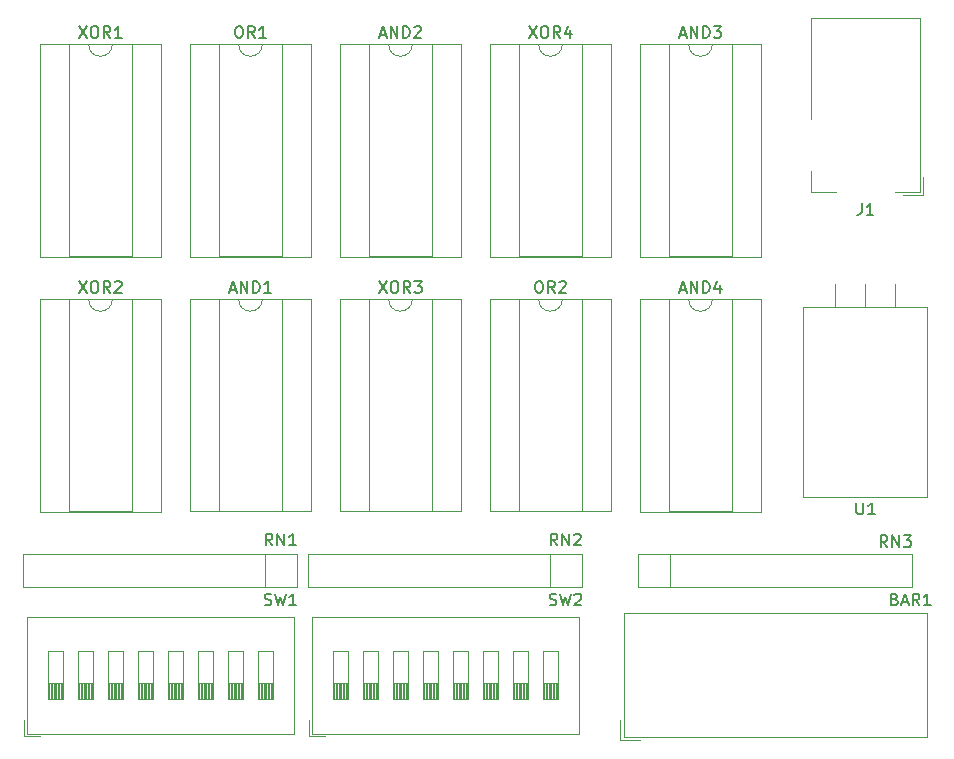
<source format=gbr>
%TF.GenerationSoftware,KiCad,Pcbnew,7.0.7*%
%TF.CreationDate,2023-10-12T01:51:54+03:00*%
%TF.ProjectId,main,6d61696e-2e6b-4696-9361-645f70636258,rev?*%
%TF.SameCoordinates,Original*%
%TF.FileFunction,Legend,Top*%
%TF.FilePolarity,Positive*%
%FSLAX46Y46*%
G04 Gerber Fmt 4.6, Leading zero omitted, Abs format (unit mm)*
G04 Created by KiCad (PCBNEW 7.0.7) date 2023-10-12 01:51:54*
%MOMM*%
%LPD*%
G01*
G04 APERTURE LIST*
%ADD10C,0.150000*%
%ADD11C,0.120000*%
G04 APERTURE END LIST*
D10*
X124126666Y-46404819D02*
X124126666Y-47119104D01*
X124126666Y-47119104D02*
X124079047Y-47261961D01*
X124079047Y-47261961D02*
X123983809Y-47357200D01*
X123983809Y-47357200D02*
X123840952Y-47404819D01*
X123840952Y-47404819D02*
X123745714Y-47404819D01*
X125126666Y-47404819D02*
X124555238Y-47404819D01*
X124840952Y-47404819D02*
X124840952Y-46404819D01*
X124840952Y-46404819D02*
X124745714Y-46547676D01*
X124745714Y-46547676D02*
X124650476Y-46642914D01*
X124650476Y-46642914D02*
X124555238Y-46690533D01*
X96718571Y-52999819D02*
X96909047Y-52999819D01*
X96909047Y-52999819D02*
X97004285Y-53047438D01*
X97004285Y-53047438D02*
X97099523Y-53142676D01*
X97099523Y-53142676D02*
X97147142Y-53333152D01*
X97147142Y-53333152D02*
X97147142Y-53666485D01*
X97147142Y-53666485D02*
X97099523Y-53856961D01*
X97099523Y-53856961D02*
X97004285Y-53952200D01*
X97004285Y-53952200D02*
X96909047Y-53999819D01*
X96909047Y-53999819D02*
X96718571Y-53999819D01*
X96718571Y-53999819D02*
X96623333Y-53952200D01*
X96623333Y-53952200D02*
X96528095Y-53856961D01*
X96528095Y-53856961D02*
X96480476Y-53666485D01*
X96480476Y-53666485D02*
X96480476Y-53333152D01*
X96480476Y-53333152D02*
X96528095Y-53142676D01*
X96528095Y-53142676D02*
X96623333Y-53047438D01*
X96623333Y-53047438D02*
X96718571Y-52999819D01*
X98147142Y-53999819D02*
X97813809Y-53523628D01*
X97575714Y-53999819D02*
X97575714Y-52999819D01*
X97575714Y-52999819D02*
X97956666Y-52999819D01*
X97956666Y-52999819D02*
X98051904Y-53047438D01*
X98051904Y-53047438D02*
X98099523Y-53095057D01*
X98099523Y-53095057D02*
X98147142Y-53190295D01*
X98147142Y-53190295D02*
X98147142Y-53333152D01*
X98147142Y-53333152D02*
X98099523Y-53428390D01*
X98099523Y-53428390D02*
X98051904Y-53476009D01*
X98051904Y-53476009D02*
X97956666Y-53523628D01*
X97956666Y-53523628D02*
X97575714Y-53523628D01*
X98528095Y-53095057D02*
X98575714Y-53047438D01*
X98575714Y-53047438D02*
X98670952Y-52999819D01*
X98670952Y-52999819D02*
X98909047Y-52999819D01*
X98909047Y-52999819D02*
X99004285Y-53047438D01*
X99004285Y-53047438D02*
X99051904Y-53095057D01*
X99051904Y-53095057D02*
X99099523Y-53190295D01*
X99099523Y-53190295D02*
X99099523Y-53285533D01*
X99099523Y-53285533D02*
X99051904Y-53428390D01*
X99051904Y-53428390D02*
X98480476Y-53999819D01*
X98480476Y-53999819D02*
X99099523Y-53999819D01*
X108751905Y-32134104D02*
X109228095Y-32134104D01*
X108656667Y-32419819D02*
X108990000Y-31419819D01*
X108990000Y-31419819D02*
X109323333Y-32419819D01*
X109656667Y-32419819D02*
X109656667Y-31419819D01*
X109656667Y-31419819D02*
X110228095Y-32419819D01*
X110228095Y-32419819D02*
X110228095Y-31419819D01*
X110704286Y-32419819D02*
X110704286Y-31419819D01*
X110704286Y-31419819D02*
X110942381Y-31419819D01*
X110942381Y-31419819D02*
X111085238Y-31467438D01*
X111085238Y-31467438D02*
X111180476Y-31562676D01*
X111180476Y-31562676D02*
X111228095Y-31657914D01*
X111228095Y-31657914D02*
X111275714Y-31848390D01*
X111275714Y-31848390D02*
X111275714Y-31991247D01*
X111275714Y-31991247D02*
X111228095Y-32181723D01*
X111228095Y-32181723D02*
X111180476Y-32276961D01*
X111180476Y-32276961D02*
X111085238Y-32372200D01*
X111085238Y-32372200D02*
X110942381Y-32419819D01*
X110942381Y-32419819D02*
X110704286Y-32419819D01*
X111609048Y-31419819D02*
X112228095Y-31419819D01*
X112228095Y-31419819D02*
X111894762Y-31800771D01*
X111894762Y-31800771D02*
X112037619Y-31800771D01*
X112037619Y-31800771D02*
X112132857Y-31848390D01*
X112132857Y-31848390D02*
X112180476Y-31896009D01*
X112180476Y-31896009D02*
X112228095Y-31991247D01*
X112228095Y-31991247D02*
X112228095Y-32229342D01*
X112228095Y-32229342D02*
X112180476Y-32324580D01*
X112180476Y-32324580D02*
X112132857Y-32372200D01*
X112132857Y-32372200D02*
X112037619Y-32419819D01*
X112037619Y-32419819D02*
X111751905Y-32419819D01*
X111751905Y-32419819D02*
X111656667Y-32372200D01*
X111656667Y-32372200D02*
X111609048Y-32324580D01*
X83256667Y-52999819D02*
X83923333Y-53999819D01*
X83923333Y-52999819D02*
X83256667Y-53999819D01*
X84494762Y-52999819D02*
X84685238Y-52999819D01*
X84685238Y-52999819D02*
X84780476Y-53047438D01*
X84780476Y-53047438D02*
X84875714Y-53142676D01*
X84875714Y-53142676D02*
X84923333Y-53333152D01*
X84923333Y-53333152D02*
X84923333Y-53666485D01*
X84923333Y-53666485D02*
X84875714Y-53856961D01*
X84875714Y-53856961D02*
X84780476Y-53952200D01*
X84780476Y-53952200D02*
X84685238Y-53999819D01*
X84685238Y-53999819D02*
X84494762Y-53999819D01*
X84494762Y-53999819D02*
X84399524Y-53952200D01*
X84399524Y-53952200D02*
X84304286Y-53856961D01*
X84304286Y-53856961D02*
X84256667Y-53666485D01*
X84256667Y-53666485D02*
X84256667Y-53333152D01*
X84256667Y-53333152D02*
X84304286Y-53142676D01*
X84304286Y-53142676D02*
X84399524Y-53047438D01*
X84399524Y-53047438D02*
X84494762Y-52999819D01*
X85923333Y-53999819D02*
X85590000Y-53523628D01*
X85351905Y-53999819D02*
X85351905Y-52999819D01*
X85351905Y-52999819D02*
X85732857Y-52999819D01*
X85732857Y-52999819D02*
X85828095Y-53047438D01*
X85828095Y-53047438D02*
X85875714Y-53095057D01*
X85875714Y-53095057D02*
X85923333Y-53190295D01*
X85923333Y-53190295D02*
X85923333Y-53333152D01*
X85923333Y-53333152D02*
X85875714Y-53428390D01*
X85875714Y-53428390D02*
X85828095Y-53476009D01*
X85828095Y-53476009D02*
X85732857Y-53523628D01*
X85732857Y-53523628D02*
X85351905Y-53523628D01*
X86256667Y-52999819D02*
X86875714Y-52999819D01*
X86875714Y-52999819D02*
X86542381Y-53380771D01*
X86542381Y-53380771D02*
X86685238Y-53380771D01*
X86685238Y-53380771D02*
X86780476Y-53428390D01*
X86780476Y-53428390D02*
X86828095Y-53476009D01*
X86828095Y-53476009D02*
X86875714Y-53571247D01*
X86875714Y-53571247D02*
X86875714Y-53809342D01*
X86875714Y-53809342D02*
X86828095Y-53904580D01*
X86828095Y-53904580D02*
X86780476Y-53952200D01*
X86780476Y-53952200D02*
X86685238Y-53999819D01*
X86685238Y-53999819D02*
X86399524Y-53999819D01*
X86399524Y-53999819D02*
X86304286Y-53952200D01*
X86304286Y-53952200D02*
X86256667Y-53904580D01*
X123698095Y-71744819D02*
X123698095Y-72554342D01*
X123698095Y-72554342D02*
X123745714Y-72649580D01*
X123745714Y-72649580D02*
X123793333Y-72697200D01*
X123793333Y-72697200D02*
X123888571Y-72744819D01*
X123888571Y-72744819D02*
X124079047Y-72744819D01*
X124079047Y-72744819D02*
X124174285Y-72697200D01*
X124174285Y-72697200D02*
X124221904Y-72649580D01*
X124221904Y-72649580D02*
X124269523Y-72554342D01*
X124269523Y-72554342D02*
X124269523Y-71744819D01*
X125269523Y-72744819D02*
X124698095Y-72744819D01*
X124983809Y-72744819D02*
X124983809Y-71744819D01*
X124983809Y-71744819D02*
X124888571Y-71887676D01*
X124888571Y-71887676D02*
X124793333Y-71982914D01*
X124793333Y-71982914D02*
X124698095Y-72030533D01*
X97726667Y-80417200D02*
X97869524Y-80464819D01*
X97869524Y-80464819D02*
X98107619Y-80464819D01*
X98107619Y-80464819D02*
X98202857Y-80417200D01*
X98202857Y-80417200D02*
X98250476Y-80369580D01*
X98250476Y-80369580D02*
X98298095Y-80274342D01*
X98298095Y-80274342D02*
X98298095Y-80179104D01*
X98298095Y-80179104D02*
X98250476Y-80083866D01*
X98250476Y-80083866D02*
X98202857Y-80036247D01*
X98202857Y-80036247D02*
X98107619Y-79988628D01*
X98107619Y-79988628D02*
X97917143Y-79941009D01*
X97917143Y-79941009D02*
X97821905Y-79893390D01*
X97821905Y-79893390D02*
X97774286Y-79845771D01*
X97774286Y-79845771D02*
X97726667Y-79750533D01*
X97726667Y-79750533D02*
X97726667Y-79655295D01*
X97726667Y-79655295D02*
X97774286Y-79560057D01*
X97774286Y-79560057D02*
X97821905Y-79512438D01*
X97821905Y-79512438D02*
X97917143Y-79464819D01*
X97917143Y-79464819D02*
X98155238Y-79464819D01*
X98155238Y-79464819D02*
X98298095Y-79512438D01*
X98631429Y-79464819D02*
X98869524Y-80464819D01*
X98869524Y-80464819D02*
X99060000Y-79750533D01*
X99060000Y-79750533D02*
X99250476Y-80464819D01*
X99250476Y-80464819D02*
X99488572Y-79464819D01*
X99821905Y-79560057D02*
X99869524Y-79512438D01*
X99869524Y-79512438D02*
X99964762Y-79464819D01*
X99964762Y-79464819D02*
X100202857Y-79464819D01*
X100202857Y-79464819D02*
X100298095Y-79512438D01*
X100298095Y-79512438D02*
X100345714Y-79560057D01*
X100345714Y-79560057D02*
X100393333Y-79655295D01*
X100393333Y-79655295D02*
X100393333Y-79750533D01*
X100393333Y-79750533D02*
X100345714Y-79893390D01*
X100345714Y-79893390D02*
X99774286Y-80464819D01*
X99774286Y-80464819D02*
X100393333Y-80464819D01*
X98369523Y-75384819D02*
X98036190Y-74908628D01*
X97798095Y-75384819D02*
X97798095Y-74384819D01*
X97798095Y-74384819D02*
X98179047Y-74384819D01*
X98179047Y-74384819D02*
X98274285Y-74432438D01*
X98274285Y-74432438D02*
X98321904Y-74480057D01*
X98321904Y-74480057D02*
X98369523Y-74575295D01*
X98369523Y-74575295D02*
X98369523Y-74718152D01*
X98369523Y-74718152D02*
X98321904Y-74813390D01*
X98321904Y-74813390D02*
X98274285Y-74861009D01*
X98274285Y-74861009D02*
X98179047Y-74908628D01*
X98179047Y-74908628D02*
X97798095Y-74908628D01*
X98798095Y-75384819D02*
X98798095Y-74384819D01*
X98798095Y-74384819D02*
X99369523Y-75384819D01*
X99369523Y-75384819D02*
X99369523Y-74384819D01*
X99798095Y-74480057D02*
X99845714Y-74432438D01*
X99845714Y-74432438D02*
X99940952Y-74384819D01*
X99940952Y-74384819D02*
X100179047Y-74384819D01*
X100179047Y-74384819D02*
X100274285Y-74432438D01*
X100274285Y-74432438D02*
X100321904Y-74480057D01*
X100321904Y-74480057D02*
X100369523Y-74575295D01*
X100369523Y-74575295D02*
X100369523Y-74670533D01*
X100369523Y-74670533D02*
X100321904Y-74813390D01*
X100321904Y-74813390D02*
X99750476Y-75384819D01*
X99750476Y-75384819D02*
X100369523Y-75384819D01*
X71318571Y-31414819D02*
X71509047Y-31414819D01*
X71509047Y-31414819D02*
X71604285Y-31462438D01*
X71604285Y-31462438D02*
X71699523Y-31557676D01*
X71699523Y-31557676D02*
X71747142Y-31748152D01*
X71747142Y-31748152D02*
X71747142Y-32081485D01*
X71747142Y-32081485D02*
X71699523Y-32271961D01*
X71699523Y-32271961D02*
X71604285Y-32367200D01*
X71604285Y-32367200D02*
X71509047Y-32414819D01*
X71509047Y-32414819D02*
X71318571Y-32414819D01*
X71318571Y-32414819D02*
X71223333Y-32367200D01*
X71223333Y-32367200D02*
X71128095Y-32271961D01*
X71128095Y-32271961D02*
X71080476Y-32081485D01*
X71080476Y-32081485D02*
X71080476Y-31748152D01*
X71080476Y-31748152D02*
X71128095Y-31557676D01*
X71128095Y-31557676D02*
X71223333Y-31462438D01*
X71223333Y-31462438D02*
X71318571Y-31414819D01*
X72747142Y-32414819D02*
X72413809Y-31938628D01*
X72175714Y-32414819D02*
X72175714Y-31414819D01*
X72175714Y-31414819D02*
X72556666Y-31414819D01*
X72556666Y-31414819D02*
X72651904Y-31462438D01*
X72651904Y-31462438D02*
X72699523Y-31510057D01*
X72699523Y-31510057D02*
X72747142Y-31605295D01*
X72747142Y-31605295D02*
X72747142Y-31748152D01*
X72747142Y-31748152D02*
X72699523Y-31843390D01*
X72699523Y-31843390D02*
X72651904Y-31891009D01*
X72651904Y-31891009D02*
X72556666Y-31938628D01*
X72556666Y-31938628D02*
X72175714Y-31938628D01*
X73699523Y-32414819D02*
X73128095Y-32414819D01*
X73413809Y-32414819D02*
X73413809Y-31414819D01*
X73413809Y-31414819D02*
X73318571Y-31557676D01*
X73318571Y-31557676D02*
X73223333Y-31652914D01*
X73223333Y-31652914D02*
X73128095Y-31700533D01*
X73596667Y-80417200D02*
X73739524Y-80464819D01*
X73739524Y-80464819D02*
X73977619Y-80464819D01*
X73977619Y-80464819D02*
X74072857Y-80417200D01*
X74072857Y-80417200D02*
X74120476Y-80369580D01*
X74120476Y-80369580D02*
X74168095Y-80274342D01*
X74168095Y-80274342D02*
X74168095Y-80179104D01*
X74168095Y-80179104D02*
X74120476Y-80083866D01*
X74120476Y-80083866D02*
X74072857Y-80036247D01*
X74072857Y-80036247D02*
X73977619Y-79988628D01*
X73977619Y-79988628D02*
X73787143Y-79941009D01*
X73787143Y-79941009D02*
X73691905Y-79893390D01*
X73691905Y-79893390D02*
X73644286Y-79845771D01*
X73644286Y-79845771D02*
X73596667Y-79750533D01*
X73596667Y-79750533D02*
X73596667Y-79655295D01*
X73596667Y-79655295D02*
X73644286Y-79560057D01*
X73644286Y-79560057D02*
X73691905Y-79512438D01*
X73691905Y-79512438D02*
X73787143Y-79464819D01*
X73787143Y-79464819D02*
X74025238Y-79464819D01*
X74025238Y-79464819D02*
X74168095Y-79512438D01*
X74501429Y-79464819D02*
X74739524Y-80464819D01*
X74739524Y-80464819D02*
X74930000Y-79750533D01*
X74930000Y-79750533D02*
X75120476Y-80464819D01*
X75120476Y-80464819D02*
X75358572Y-79464819D01*
X76263333Y-80464819D02*
X75691905Y-80464819D01*
X75977619Y-80464819D02*
X75977619Y-79464819D01*
X75977619Y-79464819D02*
X75882381Y-79607676D01*
X75882381Y-79607676D02*
X75787143Y-79702914D01*
X75787143Y-79702914D02*
X75691905Y-79750533D01*
X74239523Y-75384819D02*
X73906190Y-74908628D01*
X73668095Y-75384819D02*
X73668095Y-74384819D01*
X73668095Y-74384819D02*
X74049047Y-74384819D01*
X74049047Y-74384819D02*
X74144285Y-74432438D01*
X74144285Y-74432438D02*
X74191904Y-74480057D01*
X74191904Y-74480057D02*
X74239523Y-74575295D01*
X74239523Y-74575295D02*
X74239523Y-74718152D01*
X74239523Y-74718152D02*
X74191904Y-74813390D01*
X74191904Y-74813390D02*
X74144285Y-74861009D01*
X74144285Y-74861009D02*
X74049047Y-74908628D01*
X74049047Y-74908628D02*
X73668095Y-74908628D01*
X74668095Y-75384819D02*
X74668095Y-74384819D01*
X74668095Y-74384819D02*
X75239523Y-75384819D01*
X75239523Y-75384819D02*
X75239523Y-74384819D01*
X76239523Y-75384819D02*
X75668095Y-75384819D01*
X75953809Y-75384819D02*
X75953809Y-74384819D01*
X75953809Y-74384819D02*
X75858571Y-74527676D01*
X75858571Y-74527676D02*
X75763333Y-74622914D01*
X75763333Y-74622914D02*
X75668095Y-74670533D01*
X57856667Y-53004819D02*
X58523333Y-54004819D01*
X58523333Y-53004819D02*
X57856667Y-54004819D01*
X59094762Y-53004819D02*
X59285238Y-53004819D01*
X59285238Y-53004819D02*
X59380476Y-53052438D01*
X59380476Y-53052438D02*
X59475714Y-53147676D01*
X59475714Y-53147676D02*
X59523333Y-53338152D01*
X59523333Y-53338152D02*
X59523333Y-53671485D01*
X59523333Y-53671485D02*
X59475714Y-53861961D01*
X59475714Y-53861961D02*
X59380476Y-53957200D01*
X59380476Y-53957200D02*
X59285238Y-54004819D01*
X59285238Y-54004819D02*
X59094762Y-54004819D01*
X59094762Y-54004819D02*
X58999524Y-53957200D01*
X58999524Y-53957200D02*
X58904286Y-53861961D01*
X58904286Y-53861961D02*
X58856667Y-53671485D01*
X58856667Y-53671485D02*
X58856667Y-53338152D01*
X58856667Y-53338152D02*
X58904286Y-53147676D01*
X58904286Y-53147676D02*
X58999524Y-53052438D01*
X58999524Y-53052438D02*
X59094762Y-53004819D01*
X60523333Y-54004819D02*
X60190000Y-53528628D01*
X59951905Y-54004819D02*
X59951905Y-53004819D01*
X59951905Y-53004819D02*
X60332857Y-53004819D01*
X60332857Y-53004819D02*
X60428095Y-53052438D01*
X60428095Y-53052438D02*
X60475714Y-53100057D01*
X60475714Y-53100057D02*
X60523333Y-53195295D01*
X60523333Y-53195295D02*
X60523333Y-53338152D01*
X60523333Y-53338152D02*
X60475714Y-53433390D01*
X60475714Y-53433390D02*
X60428095Y-53481009D01*
X60428095Y-53481009D02*
X60332857Y-53528628D01*
X60332857Y-53528628D02*
X59951905Y-53528628D01*
X60904286Y-53100057D02*
X60951905Y-53052438D01*
X60951905Y-53052438D02*
X61047143Y-53004819D01*
X61047143Y-53004819D02*
X61285238Y-53004819D01*
X61285238Y-53004819D02*
X61380476Y-53052438D01*
X61380476Y-53052438D02*
X61428095Y-53100057D01*
X61428095Y-53100057D02*
X61475714Y-53195295D01*
X61475714Y-53195295D02*
X61475714Y-53290533D01*
X61475714Y-53290533D02*
X61428095Y-53433390D01*
X61428095Y-53433390D02*
X60856667Y-54004819D01*
X60856667Y-54004819D02*
X61475714Y-54004819D01*
X126936666Y-79941009D02*
X127079523Y-79988628D01*
X127079523Y-79988628D02*
X127127142Y-80036247D01*
X127127142Y-80036247D02*
X127174761Y-80131485D01*
X127174761Y-80131485D02*
X127174761Y-80274342D01*
X127174761Y-80274342D02*
X127127142Y-80369580D01*
X127127142Y-80369580D02*
X127079523Y-80417200D01*
X127079523Y-80417200D02*
X126984285Y-80464819D01*
X126984285Y-80464819D02*
X126603333Y-80464819D01*
X126603333Y-80464819D02*
X126603333Y-79464819D01*
X126603333Y-79464819D02*
X126936666Y-79464819D01*
X126936666Y-79464819D02*
X127031904Y-79512438D01*
X127031904Y-79512438D02*
X127079523Y-79560057D01*
X127079523Y-79560057D02*
X127127142Y-79655295D01*
X127127142Y-79655295D02*
X127127142Y-79750533D01*
X127127142Y-79750533D02*
X127079523Y-79845771D01*
X127079523Y-79845771D02*
X127031904Y-79893390D01*
X127031904Y-79893390D02*
X126936666Y-79941009D01*
X126936666Y-79941009D02*
X126603333Y-79941009D01*
X127555714Y-80179104D02*
X128031904Y-80179104D01*
X127460476Y-80464819D02*
X127793809Y-79464819D01*
X127793809Y-79464819D02*
X128127142Y-80464819D01*
X129031904Y-80464819D02*
X128698571Y-79988628D01*
X128460476Y-80464819D02*
X128460476Y-79464819D01*
X128460476Y-79464819D02*
X128841428Y-79464819D01*
X128841428Y-79464819D02*
X128936666Y-79512438D01*
X128936666Y-79512438D02*
X128984285Y-79560057D01*
X128984285Y-79560057D02*
X129031904Y-79655295D01*
X129031904Y-79655295D02*
X129031904Y-79798152D01*
X129031904Y-79798152D02*
X128984285Y-79893390D01*
X128984285Y-79893390D02*
X128936666Y-79941009D01*
X128936666Y-79941009D02*
X128841428Y-79988628D01*
X128841428Y-79988628D02*
X128460476Y-79988628D01*
X129984285Y-80464819D02*
X129412857Y-80464819D01*
X129698571Y-80464819D02*
X129698571Y-79464819D01*
X129698571Y-79464819D02*
X129603333Y-79607676D01*
X129603333Y-79607676D02*
X129508095Y-79702914D01*
X129508095Y-79702914D02*
X129412857Y-79750533D01*
X95956667Y-31414819D02*
X96623333Y-32414819D01*
X96623333Y-31414819D02*
X95956667Y-32414819D01*
X97194762Y-31414819D02*
X97385238Y-31414819D01*
X97385238Y-31414819D02*
X97480476Y-31462438D01*
X97480476Y-31462438D02*
X97575714Y-31557676D01*
X97575714Y-31557676D02*
X97623333Y-31748152D01*
X97623333Y-31748152D02*
X97623333Y-32081485D01*
X97623333Y-32081485D02*
X97575714Y-32271961D01*
X97575714Y-32271961D02*
X97480476Y-32367200D01*
X97480476Y-32367200D02*
X97385238Y-32414819D01*
X97385238Y-32414819D02*
X97194762Y-32414819D01*
X97194762Y-32414819D02*
X97099524Y-32367200D01*
X97099524Y-32367200D02*
X97004286Y-32271961D01*
X97004286Y-32271961D02*
X96956667Y-32081485D01*
X96956667Y-32081485D02*
X96956667Y-31748152D01*
X96956667Y-31748152D02*
X97004286Y-31557676D01*
X97004286Y-31557676D02*
X97099524Y-31462438D01*
X97099524Y-31462438D02*
X97194762Y-31414819D01*
X98623333Y-32414819D02*
X98290000Y-31938628D01*
X98051905Y-32414819D02*
X98051905Y-31414819D01*
X98051905Y-31414819D02*
X98432857Y-31414819D01*
X98432857Y-31414819D02*
X98528095Y-31462438D01*
X98528095Y-31462438D02*
X98575714Y-31510057D01*
X98575714Y-31510057D02*
X98623333Y-31605295D01*
X98623333Y-31605295D02*
X98623333Y-31748152D01*
X98623333Y-31748152D02*
X98575714Y-31843390D01*
X98575714Y-31843390D02*
X98528095Y-31891009D01*
X98528095Y-31891009D02*
X98432857Y-31938628D01*
X98432857Y-31938628D02*
X98051905Y-31938628D01*
X99480476Y-31748152D02*
X99480476Y-32414819D01*
X99242381Y-31367200D02*
X99004286Y-32081485D01*
X99004286Y-32081485D02*
X99623333Y-32081485D01*
X126309523Y-75524819D02*
X125976190Y-75048628D01*
X125738095Y-75524819D02*
X125738095Y-74524819D01*
X125738095Y-74524819D02*
X126119047Y-74524819D01*
X126119047Y-74524819D02*
X126214285Y-74572438D01*
X126214285Y-74572438D02*
X126261904Y-74620057D01*
X126261904Y-74620057D02*
X126309523Y-74715295D01*
X126309523Y-74715295D02*
X126309523Y-74858152D01*
X126309523Y-74858152D02*
X126261904Y-74953390D01*
X126261904Y-74953390D02*
X126214285Y-75001009D01*
X126214285Y-75001009D02*
X126119047Y-75048628D01*
X126119047Y-75048628D02*
X125738095Y-75048628D01*
X126738095Y-75524819D02*
X126738095Y-74524819D01*
X126738095Y-74524819D02*
X127309523Y-75524819D01*
X127309523Y-75524819D02*
X127309523Y-74524819D01*
X127690476Y-74524819D02*
X128309523Y-74524819D01*
X128309523Y-74524819D02*
X127976190Y-74905771D01*
X127976190Y-74905771D02*
X128119047Y-74905771D01*
X128119047Y-74905771D02*
X128214285Y-74953390D01*
X128214285Y-74953390D02*
X128261904Y-75001009D01*
X128261904Y-75001009D02*
X128309523Y-75096247D01*
X128309523Y-75096247D02*
X128309523Y-75334342D01*
X128309523Y-75334342D02*
X128261904Y-75429580D01*
X128261904Y-75429580D02*
X128214285Y-75477200D01*
X128214285Y-75477200D02*
X128119047Y-75524819D01*
X128119047Y-75524819D02*
X127833333Y-75524819D01*
X127833333Y-75524819D02*
X127738095Y-75477200D01*
X127738095Y-75477200D02*
X127690476Y-75429580D01*
X57856667Y-31414819D02*
X58523333Y-32414819D01*
X58523333Y-31414819D02*
X57856667Y-32414819D01*
X59094762Y-31414819D02*
X59285238Y-31414819D01*
X59285238Y-31414819D02*
X59380476Y-31462438D01*
X59380476Y-31462438D02*
X59475714Y-31557676D01*
X59475714Y-31557676D02*
X59523333Y-31748152D01*
X59523333Y-31748152D02*
X59523333Y-32081485D01*
X59523333Y-32081485D02*
X59475714Y-32271961D01*
X59475714Y-32271961D02*
X59380476Y-32367200D01*
X59380476Y-32367200D02*
X59285238Y-32414819D01*
X59285238Y-32414819D02*
X59094762Y-32414819D01*
X59094762Y-32414819D02*
X58999524Y-32367200D01*
X58999524Y-32367200D02*
X58904286Y-32271961D01*
X58904286Y-32271961D02*
X58856667Y-32081485D01*
X58856667Y-32081485D02*
X58856667Y-31748152D01*
X58856667Y-31748152D02*
X58904286Y-31557676D01*
X58904286Y-31557676D02*
X58999524Y-31462438D01*
X58999524Y-31462438D02*
X59094762Y-31414819D01*
X60523333Y-32414819D02*
X60190000Y-31938628D01*
X59951905Y-32414819D02*
X59951905Y-31414819D01*
X59951905Y-31414819D02*
X60332857Y-31414819D01*
X60332857Y-31414819D02*
X60428095Y-31462438D01*
X60428095Y-31462438D02*
X60475714Y-31510057D01*
X60475714Y-31510057D02*
X60523333Y-31605295D01*
X60523333Y-31605295D02*
X60523333Y-31748152D01*
X60523333Y-31748152D02*
X60475714Y-31843390D01*
X60475714Y-31843390D02*
X60428095Y-31891009D01*
X60428095Y-31891009D02*
X60332857Y-31938628D01*
X60332857Y-31938628D02*
X59951905Y-31938628D01*
X61475714Y-32414819D02*
X60904286Y-32414819D01*
X61190000Y-32414819D02*
X61190000Y-31414819D01*
X61190000Y-31414819D02*
X61094762Y-31557676D01*
X61094762Y-31557676D02*
X60999524Y-31652914D01*
X60999524Y-31652914D02*
X60904286Y-31700533D01*
X70651905Y-53714104D02*
X71128095Y-53714104D01*
X70556667Y-53999819D02*
X70890000Y-52999819D01*
X70890000Y-52999819D02*
X71223333Y-53999819D01*
X71556667Y-53999819D02*
X71556667Y-52999819D01*
X71556667Y-52999819D02*
X72128095Y-53999819D01*
X72128095Y-53999819D02*
X72128095Y-52999819D01*
X72604286Y-53999819D02*
X72604286Y-52999819D01*
X72604286Y-52999819D02*
X72842381Y-52999819D01*
X72842381Y-52999819D02*
X72985238Y-53047438D01*
X72985238Y-53047438D02*
X73080476Y-53142676D01*
X73080476Y-53142676D02*
X73128095Y-53237914D01*
X73128095Y-53237914D02*
X73175714Y-53428390D01*
X73175714Y-53428390D02*
X73175714Y-53571247D01*
X73175714Y-53571247D02*
X73128095Y-53761723D01*
X73128095Y-53761723D02*
X73080476Y-53856961D01*
X73080476Y-53856961D02*
X72985238Y-53952200D01*
X72985238Y-53952200D02*
X72842381Y-53999819D01*
X72842381Y-53999819D02*
X72604286Y-53999819D01*
X74128095Y-53999819D02*
X73556667Y-53999819D01*
X73842381Y-53999819D02*
X73842381Y-52999819D01*
X73842381Y-52999819D02*
X73747143Y-53142676D01*
X73747143Y-53142676D02*
X73651905Y-53237914D01*
X73651905Y-53237914D02*
X73556667Y-53285533D01*
X108751905Y-53719104D02*
X109228095Y-53719104D01*
X108656667Y-54004819D02*
X108990000Y-53004819D01*
X108990000Y-53004819D02*
X109323333Y-54004819D01*
X109656667Y-54004819D02*
X109656667Y-53004819D01*
X109656667Y-53004819D02*
X110228095Y-54004819D01*
X110228095Y-54004819D02*
X110228095Y-53004819D01*
X110704286Y-54004819D02*
X110704286Y-53004819D01*
X110704286Y-53004819D02*
X110942381Y-53004819D01*
X110942381Y-53004819D02*
X111085238Y-53052438D01*
X111085238Y-53052438D02*
X111180476Y-53147676D01*
X111180476Y-53147676D02*
X111228095Y-53242914D01*
X111228095Y-53242914D02*
X111275714Y-53433390D01*
X111275714Y-53433390D02*
X111275714Y-53576247D01*
X111275714Y-53576247D02*
X111228095Y-53766723D01*
X111228095Y-53766723D02*
X111180476Y-53861961D01*
X111180476Y-53861961D02*
X111085238Y-53957200D01*
X111085238Y-53957200D02*
X110942381Y-54004819D01*
X110942381Y-54004819D02*
X110704286Y-54004819D01*
X112132857Y-53338152D02*
X112132857Y-54004819D01*
X111894762Y-52957200D02*
X111656667Y-53671485D01*
X111656667Y-53671485D02*
X112275714Y-53671485D01*
X83351905Y-32129104D02*
X83828095Y-32129104D01*
X83256667Y-32414819D02*
X83590000Y-31414819D01*
X83590000Y-31414819D02*
X83923333Y-32414819D01*
X84256667Y-32414819D02*
X84256667Y-31414819D01*
X84256667Y-31414819D02*
X84828095Y-32414819D01*
X84828095Y-32414819D02*
X84828095Y-31414819D01*
X85304286Y-32414819D02*
X85304286Y-31414819D01*
X85304286Y-31414819D02*
X85542381Y-31414819D01*
X85542381Y-31414819D02*
X85685238Y-31462438D01*
X85685238Y-31462438D02*
X85780476Y-31557676D01*
X85780476Y-31557676D02*
X85828095Y-31652914D01*
X85828095Y-31652914D02*
X85875714Y-31843390D01*
X85875714Y-31843390D02*
X85875714Y-31986247D01*
X85875714Y-31986247D02*
X85828095Y-32176723D01*
X85828095Y-32176723D02*
X85780476Y-32271961D01*
X85780476Y-32271961D02*
X85685238Y-32367200D01*
X85685238Y-32367200D02*
X85542381Y-32414819D01*
X85542381Y-32414819D02*
X85304286Y-32414819D01*
X86256667Y-31510057D02*
X86304286Y-31462438D01*
X86304286Y-31462438D02*
X86399524Y-31414819D01*
X86399524Y-31414819D02*
X86637619Y-31414819D01*
X86637619Y-31414819D02*
X86732857Y-31462438D01*
X86732857Y-31462438D02*
X86780476Y-31510057D01*
X86780476Y-31510057D02*
X86828095Y-31605295D01*
X86828095Y-31605295D02*
X86828095Y-31700533D01*
X86828095Y-31700533D02*
X86780476Y-31843390D01*
X86780476Y-31843390D02*
X86209048Y-32414819D01*
X86209048Y-32414819D02*
X86828095Y-32414819D01*
D11*
%TO.C,J1*%
X129360000Y-45750000D02*
X129360000Y-44150000D01*
X129060000Y-45450000D02*
X126960000Y-45450000D01*
X129060000Y-30750000D02*
X129060000Y-45450000D01*
X127660000Y-45750000D02*
X129360000Y-45750000D01*
X121960000Y-45450000D02*
X119860000Y-45450000D01*
X119860000Y-45450000D02*
X119860000Y-43650000D01*
X119860000Y-39250000D02*
X119860000Y-30750000D01*
X119860000Y-30750000D02*
X129060000Y-30750000D01*
%TO.C,OR2*%
X92650000Y-54485000D02*
X92650000Y-72505000D01*
X92650000Y-72505000D02*
X102930000Y-72505000D01*
X95140000Y-54545000D02*
X95140000Y-72445000D01*
X95140000Y-72445000D02*
X100440000Y-72445000D01*
X96790000Y-54545000D02*
X95140000Y-54545000D01*
X100440000Y-54545000D02*
X98790000Y-54545000D01*
X100440000Y-72445000D02*
X100440000Y-54545000D01*
X102930000Y-54485000D02*
X92650000Y-54485000D01*
X102930000Y-72505000D02*
X102930000Y-54485000D01*
X96790000Y-54545000D02*
G75*
G03*
X98790000Y-54545000I1000000J0D01*
G01*
%TO.C,AND3*%
X105350000Y-32905000D02*
X105350000Y-50925000D01*
X105350000Y-50925000D02*
X115630000Y-50925000D01*
X107840000Y-32965000D02*
X107840000Y-50865000D01*
X107840000Y-50865000D02*
X113140000Y-50865000D01*
X109490000Y-32965000D02*
X107840000Y-32965000D01*
X113140000Y-32965000D02*
X111490000Y-32965000D01*
X113140000Y-50865000D02*
X113140000Y-32965000D01*
X115630000Y-32905000D02*
X105350000Y-32905000D01*
X115630000Y-50925000D02*
X115630000Y-32905000D01*
X109490000Y-32965000D02*
G75*
G03*
X111490000Y-32965000I1000000J0D01*
G01*
%TO.C,XOR3*%
X79950000Y-54485000D02*
X79950000Y-72505000D01*
X79950000Y-72505000D02*
X90230000Y-72505000D01*
X82440000Y-54545000D02*
X82440000Y-72445000D01*
X82440000Y-72445000D02*
X87740000Y-72445000D01*
X84090000Y-54545000D02*
X82440000Y-54545000D01*
X87740000Y-54545000D02*
X86090000Y-54545000D01*
X87740000Y-72445000D02*
X87740000Y-54545000D01*
X90230000Y-54485000D02*
X79950000Y-54485000D01*
X90230000Y-72505000D02*
X90230000Y-54485000D01*
X84090000Y-54545000D02*
G75*
G03*
X86090000Y-54545000I1000000J0D01*
G01*
%TO.C,U1*%
X129710000Y-71290000D02*
X129710000Y-55180000D01*
X129710000Y-71290000D02*
X119210000Y-71290000D01*
X129710000Y-55180000D02*
X119210000Y-55180000D01*
X127000000Y-55180000D02*
X127000000Y-53220000D01*
X124460000Y-55180000D02*
X124460000Y-53220000D01*
X121920000Y-55180000D02*
X121920000Y-53220000D01*
X119210000Y-71290000D02*
X119210000Y-55180000D01*
%TO.C,SW2*%
X77350000Y-91550000D02*
X78733000Y-91550000D01*
X77350000Y-91550000D02*
X77350000Y-90166000D01*
X77590000Y-91310000D02*
X100211000Y-91310000D01*
X77590000Y-91310000D02*
X77590000Y-81410000D01*
X100211000Y-91310000D02*
X100211000Y-81410000D01*
X79375000Y-88390000D02*
X80645000Y-88390000D01*
X79495000Y-88390000D02*
X79495000Y-87036667D01*
X79615000Y-88390000D02*
X79615000Y-87036667D01*
X79735000Y-88390000D02*
X79735000Y-87036667D01*
X79855000Y-88390000D02*
X79855000Y-87036667D01*
X79975000Y-88390000D02*
X79975000Y-87036667D01*
X80095000Y-88390000D02*
X80095000Y-87036667D01*
X80215000Y-88390000D02*
X80215000Y-87036667D01*
X80335000Y-88390000D02*
X80335000Y-87036667D01*
X80455000Y-88390000D02*
X80455000Y-87036667D01*
X80575000Y-88390000D02*
X80575000Y-87036667D01*
X80645000Y-88390000D02*
X80645000Y-84330000D01*
X81915000Y-88390000D02*
X83185000Y-88390000D01*
X82035000Y-88390000D02*
X82035000Y-87036667D01*
X82155000Y-88390000D02*
X82155000Y-87036667D01*
X82275000Y-88390000D02*
X82275000Y-87036667D01*
X82395000Y-88390000D02*
X82395000Y-87036667D01*
X82515000Y-88390000D02*
X82515000Y-87036667D01*
X82635000Y-88390000D02*
X82635000Y-87036667D01*
X82755000Y-88390000D02*
X82755000Y-87036667D01*
X82875000Y-88390000D02*
X82875000Y-87036667D01*
X82995000Y-88390000D02*
X82995000Y-87036667D01*
X83115000Y-88390000D02*
X83115000Y-87036667D01*
X83185000Y-88390000D02*
X83185000Y-84330000D01*
X84455000Y-88390000D02*
X85725000Y-88390000D01*
X84575000Y-88390000D02*
X84575000Y-87036667D01*
X84695000Y-88390000D02*
X84695000Y-87036667D01*
X84815000Y-88390000D02*
X84815000Y-87036667D01*
X84935000Y-88390000D02*
X84935000Y-87036667D01*
X85055000Y-88390000D02*
X85055000Y-87036667D01*
X85175000Y-88390000D02*
X85175000Y-87036667D01*
X85295000Y-88390000D02*
X85295000Y-87036667D01*
X85415000Y-88390000D02*
X85415000Y-87036667D01*
X85535000Y-88390000D02*
X85535000Y-87036667D01*
X85655000Y-88390000D02*
X85655000Y-87036667D01*
X85725000Y-88390000D02*
X85725000Y-84330000D01*
X86995000Y-88390000D02*
X88265000Y-88390000D01*
X87115000Y-88390000D02*
X87115000Y-87036667D01*
X87235000Y-88390000D02*
X87235000Y-87036667D01*
X87355000Y-88390000D02*
X87355000Y-87036667D01*
X87475000Y-88390000D02*
X87475000Y-87036667D01*
X87595000Y-88390000D02*
X87595000Y-87036667D01*
X87715000Y-88390000D02*
X87715000Y-87036667D01*
X87835000Y-88390000D02*
X87835000Y-87036667D01*
X87955000Y-88390000D02*
X87955000Y-87036667D01*
X88075000Y-88390000D02*
X88075000Y-87036667D01*
X88195000Y-88390000D02*
X88195000Y-87036667D01*
X88265000Y-88390000D02*
X88265000Y-84330000D01*
X89535000Y-88390000D02*
X90805000Y-88390000D01*
X89655000Y-88390000D02*
X89655000Y-87036667D01*
X89775000Y-88390000D02*
X89775000Y-87036667D01*
X89895000Y-88390000D02*
X89895000Y-87036667D01*
X90015000Y-88390000D02*
X90015000Y-87036667D01*
X90135000Y-88390000D02*
X90135000Y-87036667D01*
X90255000Y-88390000D02*
X90255000Y-87036667D01*
X90375000Y-88390000D02*
X90375000Y-87036667D01*
X90495000Y-88390000D02*
X90495000Y-87036667D01*
X90615000Y-88390000D02*
X90615000Y-87036667D01*
X90735000Y-88390000D02*
X90735000Y-87036667D01*
X90805000Y-88390000D02*
X90805000Y-84330000D01*
X92075000Y-88390000D02*
X93345000Y-88390000D01*
X92195000Y-88390000D02*
X92195000Y-87036667D01*
X92315000Y-88390000D02*
X92315000Y-87036667D01*
X92435000Y-88390000D02*
X92435000Y-87036667D01*
X92555000Y-88390000D02*
X92555000Y-87036667D01*
X92675000Y-88390000D02*
X92675000Y-87036667D01*
X92795000Y-88390000D02*
X92795000Y-87036667D01*
X92915000Y-88390000D02*
X92915000Y-87036667D01*
X93035000Y-88390000D02*
X93035000Y-87036667D01*
X93155000Y-88390000D02*
X93155000Y-87036667D01*
X93275000Y-88390000D02*
X93275000Y-87036667D01*
X93345000Y-88390000D02*
X93345000Y-84330000D01*
X94615000Y-88390000D02*
X95885000Y-88390000D01*
X94735000Y-88390000D02*
X94735000Y-87036667D01*
X94855000Y-88390000D02*
X94855000Y-87036667D01*
X94975000Y-88390000D02*
X94975000Y-87036667D01*
X95095000Y-88390000D02*
X95095000Y-87036667D01*
X95215000Y-88390000D02*
X95215000Y-87036667D01*
X95335000Y-88390000D02*
X95335000Y-87036667D01*
X95455000Y-88390000D02*
X95455000Y-87036667D01*
X95575000Y-88390000D02*
X95575000Y-87036667D01*
X95695000Y-88390000D02*
X95695000Y-87036667D01*
X95815000Y-88390000D02*
X95815000Y-87036667D01*
X95885000Y-88390000D02*
X95885000Y-84330000D01*
X97155000Y-88390000D02*
X98425000Y-88390000D01*
X97275000Y-88390000D02*
X97275000Y-87036667D01*
X97395000Y-88390000D02*
X97395000Y-87036667D01*
X97515000Y-88390000D02*
X97515000Y-87036667D01*
X97635000Y-88390000D02*
X97635000Y-87036667D01*
X97755000Y-88390000D02*
X97755000Y-87036667D01*
X97875000Y-88390000D02*
X97875000Y-87036667D01*
X97995000Y-88390000D02*
X97995000Y-87036667D01*
X98115000Y-88390000D02*
X98115000Y-87036667D01*
X98235000Y-88390000D02*
X98235000Y-87036667D01*
X98355000Y-88390000D02*
X98355000Y-87036667D01*
X98425000Y-88390000D02*
X98425000Y-84330000D01*
X79375000Y-87036667D02*
X80645000Y-87036667D01*
X81915000Y-87036667D02*
X83185000Y-87036667D01*
X84455000Y-87036667D02*
X85725000Y-87036667D01*
X86995000Y-87036667D02*
X88265000Y-87036667D01*
X89535000Y-87036667D02*
X90805000Y-87036667D01*
X92075000Y-87036667D02*
X93345000Y-87036667D01*
X94615000Y-87036667D02*
X95885000Y-87036667D01*
X97155000Y-87036667D02*
X98425000Y-87036667D01*
X79375000Y-84330000D02*
X79375000Y-88390000D01*
X80645000Y-84330000D02*
X79375000Y-84330000D01*
X81915000Y-84330000D02*
X81915000Y-88390000D01*
X83185000Y-84330000D02*
X81915000Y-84330000D01*
X84455000Y-84330000D02*
X84455000Y-88390000D01*
X85725000Y-84330000D02*
X84455000Y-84330000D01*
X86995000Y-84330000D02*
X86995000Y-88390000D01*
X88265000Y-84330000D02*
X86995000Y-84330000D01*
X89535000Y-84330000D02*
X89535000Y-88390000D01*
X90805000Y-84330000D02*
X89535000Y-84330000D01*
X92075000Y-84330000D02*
X92075000Y-88390000D01*
X93345000Y-84330000D02*
X92075000Y-84330000D01*
X94615000Y-84330000D02*
X94615000Y-88390000D01*
X95885000Y-84330000D02*
X94615000Y-84330000D01*
X97155000Y-84330000D02*
X97155000Y-88390000D01*
X98425000Y-84330000D02*
X97155000Y-84330000D01*
X77590000Y-81410000D02*
X100211000Y-81410000D01*
%TO.C,RN2*%
X100500000Y-78870000D02*
X100500000Y-76070000D01*
X100500000Y-76070000D02*
X77300000Y-76070000D01*
X97790000Y-78870000D02*
X97790000Y-76070000D01*
X77300000Y-78870000D02*
X100500000Y-78870000D01*
X77300000Y-76070000D02*
X77300000Y-78870000D01*
%TO.C,OR1*%
X67250000Y-32900000D02*
X67250000Y-50920000D01*
X67250000Y-50920000D02*
X77530000Y-50920000D01*
X69740000Y-32960000D02*
X69740000Y-50860000D01*
X69740000Y-50860000D02*
X75040000Y-50860000D01*
X71390000Y-32960000D02*
X69740000Y-32960000D01*
X75040000Y-32960000D02*
X73390000Y-32960000D01*
X75040000Y-50860000D02*
X75040000Y-32960000D01*
X77530000Y-32900000D02*
X67250000Y-32900000D01*
X77530000Y-50920000D02*
X77530000Y-32900000D01*
X71390000Y-32960000D02*
G75*
G03*
X73390000Y-32960000I1000000J0D01*
G01*
%TO.C,SW1*%
X53220000Y-91550000D02*
X54603000Y-91550000D01*
X53220000Y-91550000D02*
X53220000Y-90166000D01*
X53460000Y-91310000D02*
X76081000Y-91310000D01*
X53460000Y-91310000D02*
X53460000Y-81410000D01*
X76081000Y-91310000D02*
X76081000Y-81410000D01*
X55245000Y-88390000D02*
X56515000Y-88390000D01*
X55365000Y-88390000D02*
X55365000Y-87036667D01*
X55485000Y-88390000D02*
X55485000Y-87036667D01*
X55605000Y-88390000D02*
X55605000Y-87036667D01*
X55725000Y-88390000D02*
X55725000Y-87036667D01*
X55845000Y-88390000D02*
X55845000Y-87036667D01*
X55965000Y-88390000D02*
X55965000Y-87036667D01*
X56085000Y-88390000D02*
X56085000Y-87036667D01*
X56205000Y-88390000D02*
X56205000Y-87036667D01*
X56325000Y-88390000D02*
X56325000Y-87036667D01*
X56445000Y-88390000D02*
X56445000Y-87036667D01*
X56515000Y-88390000D02*
X56515000Y-84330000D01*
X57785000Y-88390000D02*
X59055000Y-88390000D01*
X57905000Y-88390000D02*
X57905000Y-87036667D01*
X58025000Y-88390000D02*
X58025000Y-87036667D01*
X58145000Y-88390000D02*
X58145000Y-87036667D01*
X58265000Y-88390000D02*
X58265000Y-87036667D01*
X58385000Y-88390000D02*
X58385000Y-87036667D01*
X58505000Y-88390000D02*
X58505000Y-87036667D01*
X58625000Y-88390000D02*
X58625000Y-87036667D01*
X58745000Y-88390000D02*
X58745000Y-87036667D01*
X58865000Y-88390000D02*
X58865000Y-87036667D01*
X58985000Y-88390000D02*
X58985000Y-87036667D01*
X59055000Y-88390000D02*
X59055000Y-84330000D01*
X60325000Y-88390000D02*
X61595000Y-88390000D01*
X60445000Y-88390000D02*
X60445000Y-87036667D01*
X60565000Y-88390000D02*
X60565000Y-87036667D01*
X60685000Y-88390000D02*
X60685000Y-87036667D01*
X60805000Y-88390000D02*
X60805000Y-87036667D01*
X60925000Y-88390000D02*
X60925000Y-87036667D01*
X61045000Y-88390000D02*
X61045000Y-87036667D01*
X61165000Y-88390000D02*
X61165000Y-87036667D01*
X61285000Y-88390000D02*
X61285000Y-87036667D01*
X61405000Y-88390000D02*
X61405000Y-87036667D01*
X61525000Y-88390000D02*
X61525000Y-87036667D01*
X61595000Y-88390000D02*
X61595000Y-84330000D01*
X62865000Y-88390000D02*
X64135000Y-88390000D01*
X62985000Y-88390000D02*
X62985000Y-87036667D01*
X63105000Y-88390000D02*
X63105000Y-87036667D01*
X63225000Y-88390000D02*
X63225000Y-87036667D01*
X63345000Y-88390000D02*
X63345000Y-87036667D01*
X63465000Y-88390000D02*
X63465000Y-87036667D01*
X63585000Y-88390000D02*
X63585000Y-87036667D01*
X63705000Y-88390000D02*
X63705000Y-87036667D01*
X63825000Y-88390000D02*
X63825000Y-87036667D01*
X63945000Y-88390000D02*
X63945000Y-87036667D01*
X64065000Y-88390000D02*
X64065000Y-87036667D01*
X64135000Y-88390000D02*
X64135000Y-84330000D01*
X65405000Y-88390000D02*
X66675000Y-88390000D01*
X65525000Y-88390000D02*
X65525000Y-87036667D01*
X65645000Y-88390000D02*
X65645000Y-87036667D01*
X65765000Y-88390000D02*
X65765000Y-87036667D01*
X65885000Y-88390000D02*
X65885000Y-87036667D01*
X66005000Y-88390000D02*
X66005000Y-87036667D01*
X66125000Y-88390000D02*
X66125000Y-87036667D01*
X66245000Y-88390000D02*
X66245000Y-87036667D01*
X66365000Y-88390000D02*
X66365000Y-87036667D01*
X66485000Y-88390000D02*
X66485000Y-87036667D01*
X66605000Y-88390000D02*
X66605000Y-87036667D01*
X66675000Y-88390000D02*
X66675000Y-84330000D01*
X67945000Y-88390000D02*
X69215000Y-88390000D01*
X68065000Y-88390000D02*
X68065000Y-87036667D01*
X68185000Y-88390000D02*
X68185000Y-87036667D01*
X68305000Y-88390000D02*
X68305000Y-87036667D01*
X68425000Y-88390000D02*
X68425000Y-87036667D01*
X68545000Y-88390000D02*
X68545000Y-87036667D01*
X68665000Y-88390000D02*
X68665000Y-87036667D01*
X68785000Y-88390000D02*
X68785000Y-87036667D01*
X68905000Y-88390000D02*
X68905000Y-87036667D01*
X69025000Y-88390000D02*
X69025000Y-87036667D01*
X69145000Y-88390000D02*
X69145000Y-87036667D01*
X69215000Y-88390000D02*
X69215000Y-84330000D01*
X70485000Y-88390000D02*
X71755000Y-88390000D01*
X70605000Y-88390000D02*
X70605000Y-87036667D01*
X70725000Y-88390000D02*
X70725000Y-87036667D01*
X70845000Y-88390000D02*
X70845000Y-87036667D01*
X70965000Y-88390000D02*
X70965000Y-87036667D01*
X71085000Y-88390000D02*
X71085000Y-87036667D01*
X71205000Y-88390000D02*
X71205000Y-87036667D01*
X71325000Y-88390000D02*
X71325000Y-87036667D01*
X71445000Y-88390000D02*
X71445000Y-87036667D01*
X71565000Y-88390000D02*
X71565000Y-87036667D01*
X71685000Y-88390000D02*
X71685000Y-87036667D01*
X71755000Y-88390000D02*
X71755000Y-84330000D01*
X73025000Y-88390000D02*
X74295000Y-88390000D01*
X73145000Y-88390000D02*
X73145000Y-87036667D01*
X73265000Y-88390000D02*
X73265000Y-87036667D01*
X73385000Y-88390000D02*
X73385000Y-87036667D01*
X73505000Y-88390000D02*
X73505000Y-87036667D01*
X73625000Y-88390000D02*
X73625000Y-87036667D01*
X73745000Y-88390000D02*
X73745000Y-87036667D01*
X73865000Y-88390000D02*
X73865000Y-87036667D01*
X73985000Y-88390000D02*
X73985000Y-87036667D01*
X74105000Y-88390000D02*
X74105000Y-87036667D01*
X74225000Y-88390000D02*
X74225000Y-87036667D01*
X74295000Y-88390000D02*
X74295000Y-84330000D01*
X55245000Y-87036667D02*
X56515000Y-87036667D01*
X57785000Y-87036667D02*
X59055000Y-87036667D01*
X60325000Y-87036667D02*
X61595000Y-87036667D01*
X62865000Y-87036667D02*
X64135000Y-87036667D01*
X65405000Y-87036667D02*
X66675000Y-87036667D01*
X67945000Y-87036667D02*
X69215000Y-87036667D01*
X70485000Y-87036667D02*
X71755000Y-87036667D01*
X73025000Y-87036667D02*
X74295000Y-87036667D01*
X55245000Y-84330000D02*
X55245000Y-88390000D01*
X56515000Y-84330000D02*
X55245000Y-84330000D01*
X57785000Y-84330000D02*
X57785000Y-88390000D01*
X59055000Y-84330000D02*
X57785000Y-84330000D01*
X60325000Y-84330000D02*
X60325000Y-88390000D01*
X61595000Y-84330000D02*
X60325000Y-84330000D01*
X62865000Y-84330000D02*
X62865000Y-88390000D01*
X64135000Y-84330000D02*
X62865000Y-84330000D01*
X65405000Y-84330000D02*
X65405000Y-88390000D01*
X66675000Y-84330000D02*
X65405000Y-84330000D01*
X67945000Y-84330000D02*
X67945000Y-88390000D01*
X69215000Y-84330000D02*
X67945000Y-84330000D01*
X70485000Y-84330000D02*
X70485000Y-88390000D01*
X71755000Y-84330000D02*
X70485000Y-84330000D01*
X73025000Y-84330000D02*
X73025000Y-88390000D01*
X74295000Y-84330000D02*
X73025000Y-84330000D01*
X53460000Y-81410000D02*
X76081000Y-81410000D01*
%TO.C,RN1*%
X76370000Y-78870000D02*
X76370000Y-76070000D01*
X76370000Y-76070000D02*
X53170000Y-76070000D01*
X73660000Y-78870000D02*
X73660000Y-76070000D01*
X53170000Y-78870000D02*
X76370000Y-78870000D01*
X53170000Y-76070000D02*
X53170000Y-78870000D01*
%TO.C,XOR2*%
X54550000Y-54490000D02*
X54550000Y-72510000D01*
X54550000Y-72510000D02*
X64830000Y-72510000D01*
X57040000Y-54550000D02*
X57040000Y-72450000D01*
X57040000Y-72450000D02*
X62340000Y-72450000D01*
X58690000Y-54550000D02*
X57040000Y-54550000D01*
X62340000Y-54550000D02*
X60690000Y-54550000D01*
X62340000Y-72450000D02*
X62340000Y-54550000D01*
X64830000Y-54490000D02*
X54550000Y-54490000D01*
X64830000Y-72510000D02*
X64830000Y-54490000D01*
X58690000Y-54550000D02*
G75*
G03*
X60690000Y-54550000I1000000J0D01*
G01*
%TO.C,BAR1*%
X103710000Y-91870000D02*
X105410000Y-91870000D01*
X104000000Y-91580000D02*
X104000000Y-81140000D01*
X129680000Y-91580000D02*
X104000000Y-91580000D01*
X103710000Y-90170000D02*
X103710000Y-91870000D01*
X104000000Y-81140000D02*
X129680000Y-81140000D01*
X129680000Y-81140000D02*
X129680000Y-91580000D01*
%TO.C,XOR4*%
X92650000Y-32900000D02*
X92650000Y-50920000D01*
X92650000Y-50920000D02*
X102930000Y-50920000D01*
X95140000Y-32960000D02*
X95140000Y-50860000D01*
X95140000Y-50860000D02*
X100440000Y-50860000D01*
X96790000Y-32960000D02*
X95140000Y-32960000D01*
X100440000Y-32960000D02*
X98790000Y-32960000D01*
X100440000Y-50860000D02*
X100440000Y-32960000D01*
X102930000Y-32900000D02*
X92650000Y-32900000D01*
X102930000Y-50920000D02*
X102930000Y-32900000D01*
X96790000Y-32960000D02*
G75*
G03*
X98790000Y-32960000I1000000J0D01*
G01*
%TO.C,RN3*%
X105240000Y-76070000D02*
X105240000Y-78870000D01*
X105240000Y-78870000D02*
X128440000Y-78870000D01*
X107950000Y-76070000D02*
X107950000Y-78870000D01*
X128440000Y-76070000D02*
X105240000Y-76070000D01*
X128440000Y-78870000D02*
X128440000Y-76070000D01*
%TO.C,XOR1*%
X54550000Y-32900000D02*
X54550000Y-50920000D01*
X54550000Y-50920000D02*
X64830000Y-50920000D01*
X57040000Y-32960000D02*
X57040000Y-50860000D01*
X57040000Y-50860000D02*
X62340000Y-50860000D01*
X58690000Y-32960000D02*
X57040000Y-32960000D01*
X62340000Y-32960000D02*
X60690000Y-32960000D01*
X62340000Y-50860000D02*
X62340000Y-32960000D01*
X64830000Y-32900000D02*
X54550000Y-32900000D01*
X64830000Y-50920000D02*
X64830000Y-32900000D01*
X58690000Y-32960000D02*
G75*
G03*
X60690000Y-32960000I1000000J0D01*
G01*
%TO.C,AND1*%
X67250000Y-54485000D02*
X67250000Y-72505000D01*
X67250000Y-72505000D02*
X77530000Y-72505000D01*
X69740000Y-54545000D02*
X69740000Y-72445000D01*
X69740000Y-72445000D02*
X75040000Y-72445000D01*
X71390000Y-54545000D02*
X69740000Y-54545000D01*
X75040000Y-54545000D02*
X73390000Y-54545000D01*
X75040000Y-72445000D02*
X75040000Y-54545000D01*
X77530000Y-54485000D02*
X67250000Y-54485000D01*
X77530000Y-72505000D02*
X77530000Y-54485000D01*
X71390000Y-54545000D02*
G75*
G03*
X73390000Y-54545000I1000000J0D01*
G01*
%TO.C,AND4*%
X105350000Y-54490000D02*
X105350000Y-72510000D01*
X105350000Y-72510000D02*
X115630000Y-72510000D01*
X107840000Y-54550000D02*
X107840000Y-72450000D01*
X107840000Y-72450000D02*
X113140000Y-72450000D01*
X109490000Y-54550000D02*
X107840000Y-54550000D01*
X113140000Y-54550000D02*
X111490000Y-54550000D01*
X113140000Y-72450000D02*
X113140000Y-54550000D01*
X115630000Y-54490000D02*
X105350000Y-54490000D01*
X115630000Y-72510000D02*
X115630000Y-54490000D01*
X109490000Y-54550000D02*
G75*
G03*
X111490000Y-54550000I1000000J0D01*
G01*
%TO.C,AND2*%
X79950000Y-32900000D02*
X79950000Y-50920000D01*
X79950000Y-50920000D02*
X90230000Y-50920000D01*
X82440000Y-32960000D02*
X82440000Y-50860000D01*
X82440000Y-50860000D02*
X87740000Y-50860000D01*
X84090000Y-32960000D02*
X82440000Y-32960000D01*
X87740000Y-32960000D02*
X86090000Y-32960000D01*
X87740000Y-50860000D02*
X87740000Y-32960000D01*
X90230000Y-32900000D02*
X79950000Y-32900000D01*
X90230000Y-50920000D02*
X90230000Y-32900000D01*
X84090000Y-32960000D02*
G75*
G03*
X86090000Y-32960000I1000000J0D01*
G01*
%TD*%
M02*

</source>
